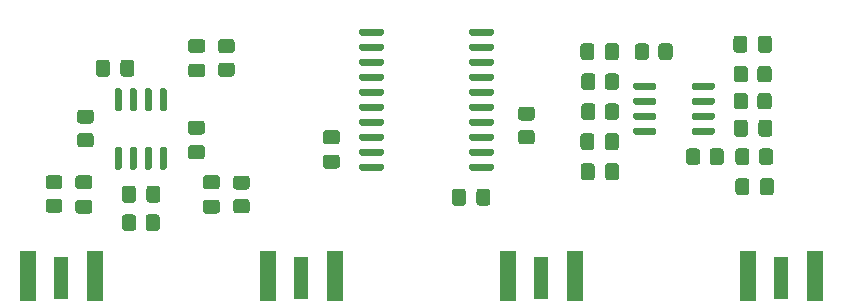
<source format=gbr>
%TF.GenerationSoftware,KiCad,Pcbnew,(5.1.8)-1*%
%TF.CreationDate,2021-05-16T11:41:03-04:00*%
%TF.ProjectId,openEPR_Lock-In,6f70656e-4550-4525-9f4c-6f636b2d496e,B*%
%TF.SameCoordinates,Original*%
%TF.FileFunction,Paste,Top*%
%TF.FilePolarity,Positive*%
%FSLAX46Y46*%
G04 Gerber Fmt 4.6, Leading zero omitted, Abs format (unit mm)*
G04 Created by KiCad (PCBNEW (5.1.8)-1) date 2021-05-16 11:41:03*
%MOMM*%
%LPD*%
G01*
G04 APERTURE LIST*
%ADD10R,1.350000X4.200000*%
%ADD11R,1.270000X3.600000*%
G04 APERTURE END LIST*
%TO.C,R13*%
G36*
G01*
X49511000Y-79178999D02*
X49511000Y-80079001D01*
G75*
G02*
X49261001Y-80329000I-249999J0D01*
G01*
X48560999Y-80329000D01*
G75*
G02*
X48311000Y-80079001I0J249999D01*
G01*
X48311000Y-79178999D01*
G75*
G02*
X48560999Y-78929000I249999J0D01*
G01*
X49261001Y-78929000D01*
G75*
G02*
X49511000Y-79178999I0J-249999D01*
G01*
G37*
G36*
G01*
X51511000Y-79178999D02*
X51511000Y-80079001D01*
G75*
G02*
X51261001Y-80329000I-249999J0D01*
G01*
X50560999Y-80329000D01*
G75*
G02*
X50311000Y-80079001I0J249999D01*
G01*
X50311000Y-79178999D01*
G75*
G02*
X50560999Y-78929000I249999J0D01*
G01*
X51261001Y-78929000D01*
G75*
G02*
X51511000Y-79178999I0J-249999D01*
G01*
G37*
%TD*%
%TO.C,R7*%
G36*
G01*
X94929000Y-64700999D02*
X94929000Y-65601001D01*
G75*
G02*
X94679001Y-65851000I-249999J0D01*
G01*
X93978999Y-65851000D01*
G75*
G02*
X93729000Y-65601001I0J249999D01*
G01*
X93729000Y-64700999D01*
G75*
G02*
X93978999Y-64451000I249999J0D01*
G01*
X94679001Y-64451000D01*
G75*
G02*
X94929000Y-64700999I0J-249999D01*
G01*
G37*
G36*
G01*
X92929000Y-64700999D02*
X92929000Y-65601001D01*
G75*
G02*
X92679001Y-65851000I-249999J0D01*
G01*
X91978999Y-65851000D01*
G75*
G02*
X91729000Y-65601001I0J249999D01*
G01*
X91729000Y-64700999D01*
G75*
G02*
X91978999Y-64451000I249999J0D01*
G01*
X92679001Y-64451000D01*
G75*
G02*
X92929000Y-64700999I0J-249999D01*
G01*
G37*
%TD*%
%TO.C,C15*%
G36*
G01*
X88323000Y-74836000D02*
X88323000Y-75786000D01*
G75*
G02*
X88073000Y-76036000I-250000J0D01*
G01*
X87398000Y-76036000D01*
G75*
G02*
X87148000Y-75786000I0J250000D01*
G01*
X87148000Y-74836000D01*
G75*
G02*
X87398000Y-74586000I250000J0D01*
G01*
X88073000Y-74586000D01*
G75*
G02*
X88323000Y-74836000I0J-250000D01*
G01*
G37*
G36*
G01*
X90398000Y-74836000D02*
X90398000Y-75786000D01*
G75*
G02*
X90148000Y-76036000I-250000J0D01*
G01*
X89473000Y-76036000D01*
G75*
G02*
X89223000Y-75786000I0J250000D01*
G01*
X89223000Y-74836000D01*
G75*
G02*
X89473000Y-74586000I250000J0D01*
G01*
X90148000Y-74586000D01*
G75*
G02*
X90398000Y-74836000I0J-250000D01*
G01*
G37*
%TD*%
%TO.C,C1*%
G36*
G01*
X44610000Y-75612500D02*
X45560000Y-75612500D01*
G75*
G02*
X45810000Y-75862500I0J-250000D01*
G01*
X45810000Y-76537500D01*
G75*
G02*
X45560000Y-76787500I-250000J0D01*
G01*
X44610000Y-76787500D01*
G75*
G02*
X44360000Y-76537500I0J250000D01*
G01*
X44360000Y-75862500D01*
G75*
G02*
X44610000Y-75612500I250000J0D01*
G01*
G37*
G36*
G01*
X44610000Y-77687500D02*
X45560000Y-77687500D01*
G75*
G02*
X45810000Y-77937500I0J-250000D01*
G01*
X45810000Y-78612500D01*
G75*
G02*
X45560000Y-78862500I-250000J0D01*
G01*
X44610000Y-78862500D01*
G75*
G02*
X44360000Y-78612500I0J250000D01*
G01*
X44360000Y-77937500D01*
G75*
G02*
X44610000Y-77687500I250000J0D01*
G01*
G37*
%TD*%
%TO.C,C2*%
G36*
G01*
X49482500Y-76741000D02*
X49482500Y-77691000D01*
G75*
G02*
X49232500Y-77941000I-250000J0D01*
G01*
X48557500Y-77941000D01*
G75*
G02*
X48307500Y-77691000I0J250000D01*
G01*
X48307500Y-76741000D01*
G75*
G02*
X48557500Y-76491000I250000J0D01*
G01*
X49232500Y-76491000D01*
G75*
G02*
X49482500Y-76741000I0J-250000D01*
G01*
G37*
G36*
G01*
X51557500Y-76741000D02*
X51557500Y-77691000D01*
G75*
G02*
X51307500Y-77941000I-250000J0D01*
G01*
X50632500Y-77941000D01*
G75*
G02*
X50382500Y-77691000I0J250000D01*
G01*
X50382500Y-76741000D01*
G75*
G02*
X50632500Y-76491000I250000J0D01*
G01*
X51307500Y-76491000D01*
G75*
G02*
X51557500Y-76741000I0J-250000D01*
G01*
G37*
%TD*%
%TO.C,C3*%
G36*
G01*
X56355000Y-76787500D02*
X55405000Y-76787500D01*
G75*
G02*
X55155000Y-76537500I0J250000D01*
G01*
X55155000Y-75862500D01*
G75*
G02*
X55405000Y-75612500I250000J0D01*
G01*
X56355000Y-75612500D01*
G75*
G02*
X56605000Y-75862500I0J-250000D01*
G01*
X56605000Y-76537500D01*
G75*
G02*
X56355000Y-76787500I-250000J0D01*
G01*
G37*
G36*
G01*
X56355000Y-78862500D02*
X55405000Y-78862500D01*
G75*
G02*
X55155000Y-78612500I0J250000D01*
G01*
X55155000Y-77937500D01*
G75*
G02*
X55405000Y-77687500I250000J0D01*
G01*
X56355000Y-77687500D01*
G75*
G02*
X56605000Y-77937500I0J-250000D01*
G01*
X56605000Y-78612500D01*
G75*
G02*
X56355000Y-78862500I-250000J0D01*
G01*
G37*
%TD*%
%TO.C,C5*%
G36*
G01*
X54160400Y-64080900D02*
X55110400Y-64080900D01*
G75*
G02*
X55360400Y-64330900I0J-250000D01*
G01*
X55360400Y-65005900D01*
G75*
G02*
X55110400Y-65255900I-250000J0D01*
G01*
X54160400Y-65255900D01*
G75*
G02*
X53910400Y-65005900I0J250000D01*
G01*
X53910400Y-64330900D01*
G75*
G02*
X54160400Y-64080900I250000J0D01*
G01*
G37*
G36*
G01*
X54160400Y-66155900D02*
X55110400Y-66155900D01*
G75*
G02*
X55360400Y-66405900I0J-250000D01*
G01*
X55360400Y-67080900D01*
G75*
G02*
X55110400Y-67330900I-250000J0D01*
G01*
X54160400Y-67330900D01*
G75*
G02*
X53910400Y-67080900I0J250000D01*
G01*
X53910400Y-66405900D01*
G75*
G02*
X54160400Y-66155900I250000J0D01*
G01*
G37*
%TD*%
%TO.C,C8*%
G36*
G01*
X49355500Y-66073000D02*
X49355500Y-67023000D01*
G75*
G02*
X49105500Y-67273000I-250000J0D01*
G01*
X48430500Y-67273000D01*
G75*
G02*
X48180500Y-67023000I0J250000D01*
G01*
X48180500Y-66073000D01*
G75*
G02*
X48430500Y-65823000I250000J0D01*
G01*
X49105500Y-65823000D01*
G75*
G02*
X49355500Y-66073000I0J-250000D01*
G01*
G37*
G36*
G01*
X47280500Y-66073000D02*
X47280500Y-67023000D01*
G75*
G02*
X47030500Y-67273000I-250000J0D01*
G01*
X46355500Y-67273000D01*
G75*
G02*
X46105500Y-67023000I0J250000D01*
G01*
X46105500Y-66073000D01*
G75*
G02*
X46355500Y-65823000I250000J0D01*
G01*
X47030500Y-65823000D01*
G75*
G02*
X47280500Y-66073000I0J-250000D01*
G01*
G37*
%TD*%
%TO.C,C12*%
G36*
G01*
X79497500Y-76995000D02*
X79497500Y-77945000D01*
G75*
G02*
X79247500Y-78195000I-250000J0D01*
G01*
X78572500Y-78195000D01*
G75*
G02*
X78322500Y-77945000I0J250000D01*
G01*
X78322500Y-76995000D01*
G75*
G02*
X78572500Y-76745000I250000J0D01*
G01*
X79247500Y-76745000D01*
G75*
G02*
X79497500Y-76995000I0J-250000D01*
G01*
G37*
G36*
G01*
X77422500Y-76995000D02*
X77422500Y-77945000D01*
G75*
G02*
X77172500Y-78195000I-250000J0D01*
G01*
X76497500Y-78195000D01*
G75*
G02*
X76247500Y-77945000I0J250000D01*
G01*
X76247500Y-76995000D01*
G75*
G02*
X76497500Y-76745000I250000J0D01*
G01*
X77172500Y-76745000D01*
G75*
G02*
X77422500Y-76995000I0J-250000D01*
G01*
G37*
%TD*%
D10*
%TO.C,J1*%
X60675000Y-84128000D03*
X66325000Y-84128000D03*
D11*
X63500000Y-84328000D03*
%TD*%
%TO.C,J2*%
X43180000Y-84328000D03*
D10*
X46005000Y-84128000D03*
X40355000Y-84128000D03*
%TD*%
%TO.C,J3*%
X101315000Y-84128000D03*
X106965000Y-84128000D03*
D11*
X104140000Y-84328000D03*
%TD*%
%TO.C,R1*%
G36*
G01*
X42094999Y-75600000D02*
X42995001Y-75600000D01*
G75*
G02*
X43245000Y-75849999I0J-249999D01*
G01*
X43245000Y-76550001D01*
G75*
G02*
X42995001Y-76800000I-249999J0D01*
G01*
X42094999Y-76800000D01*
G75*
G02*
X41845000Y-76550001I0J249999D01*
G01*
X41845000Y-75849999D01*
G75*
G02*
X42094999Y-75600000I249999J0D01*
G01*
G37*
G36*
G01*
X42094999Y-77600000D02*
X42995001Y-77600000D01*
G75*
G02*
X43245000Y-77849999I0J-249999D01*
G01*
X43245000Y-78550001D01*
G75*
G02*
X42995001Y-78800000I-249999J0D01*
G01*
X42094999Y-78800000D01*
G75*
G02*
X41845000Y-78550001I0J249999D01*
G01*
X41845000Y-77849999D01*
G75*
G02*
X42094999Y-77600000I249999J0D01*
G01*
G37*
%TD*%
%TO.C,R2*%
G36*
G01*
X57969999Y-77632000D02*
X58870001Y-77632000D01*
G75*
G02*
X59120000Y-77881999I0J-249999D01*
G01*
X59120000Y-78582001D01*
G75*
G02*
X58870001Y-78832000I-249999J0D01*
G01*
X57969999Y-78832000D01*
G75*
G02*
X57720000Y-78582001I0J249999D01*
G01*
X57720000Y-77881999D01*
G75*
G02*
X57969999Y-77632000I249999J0D01*
G01*
G37*
G36*
G01*
X57969999Y-75632000D02*
X58870001Y-75632000D01*
G75*
G02*
X59120000Y-75881999I0J-249999D01*
G01*
X59120000Y-76582001D01*
G75*
G02*
X58870001Y-76832000I-249999J0D01*
G01*
X57969999Y-76832000D01*
G75*
G02*
X57720000Y-76582001I0J249999D01*
G01*
X57720000Y-75881999D01*
G75*
G02*
X57969999Y-75632000I249999J0D01*
G01*
G37*
%TD*%
%TO.C,R3*%
G36*
G01*
X44761999Y-72044000D02*
X45662001Y-72044000D01*
G75*
G02*
X45912000Y-72293999I0J-249999D01*
G01*
X45912000Y-72994001D01*
G75*
G02*
X45662001Y-73244000I-249999J0D01*
G01*
X44761999Y-73244000D01*
G75*
G02*
X44512000Y-72994001I0J249999D01*
G01*
X44512000Y-72293999D01*
G75*
G02*
X44761999Y-72044000I249999J0D01*
G01*
G37*
G36*
G01*
X44761999Y-70044000D02*
X45662001Y-70044000D01*
G75*
G02*
X45912000Y-70293999I0J-249999D01*
G01*
X45912000Y-70994001D01*
G75*
G02*
X45662001Y-71244000I-249999J0D01*
G01*
X44761999Y-71244000D01*
G75*
G02*
X44512000Y-70994001I0J249999D01*
G01*
X44512000Y-70293999D01*
G75*
G02*
X44761999Y-70044000I249999J0D01*
G01*
G37*
%TD*%
%TO.C,R6*%
G36*
G01*
X57600001Y-67275000D02*
X56699999Y-67275000D01*
G75*
G02*
X56450000Y-67025001I0J249999D01*
G01*
X56450000Y-66324999D01*
G75*
G02*
X56699999Y-66075000I249999J0D01*
G01*
X57600001Y-66075000D01*
G75*
G02*
X57850000Y-66324999I0J-249999D01*
G01*
X57850000Y-67025001D01*
G75*
G02*
X57600001Y-67275000I-249999J0D01*
G01*
G37*
G36*
G01*
X57600001Y-65275000D02*
X56699999Y-65275000D01*
G75*
G02*
X56450000Y-65025001I0J249999D01*
G01*
X56450000Y-64324999D01*
G75*
G02*
X56699999Y-64075000I249999J0D01*
G01*
X57600001Y-64075000D01*
G75*
G02*
X57850000Y-64324999I0J-249999D01*
G01*
X57850000Y-65025001D01*
G75*
G02*
X57600001Y-65275000I-249999J0D01*
G01*
G37*
%TD*%
%TO.C,U2*%
G36*
G01*
X48156000Y-75143000D02*
X47856000Y-75143000D01*
G75*
G02*
X47706000Y-74993000I0J150000D01*
G01*
X47706000Y-73343000D01*
G75*
G02*
X47856000Y-73193000I150000J0D01*
G01*
X48156000Y-73193000D01*
G75*
G02*
X48306000Y-73343000I0J-150000D01*
G01*
X48306000Y-74993000D01*
G75*
G02*
X48156000Y-75143000I-150000J0D01*
G01*
G37*
G36*
G01*
X49426000Y-75143000D02*
X49126000Y-75143000D01*
G75*
G02*
X48976000Y-74993000I0J150000D01*
G01*
X48976000Y-73343000D01*
G75*
G02*
X49126000Y-73193000I150000J0D01*
G01*
X49426000Y-73193000D01*
G75*
G02*
X49576000Y-73343000I0J-150000D01*
G01*
X49576000Y-74993000D01*
G75*
G02*
X49426000Y-75143000I-150000J0D01*
G01*
G37*
G36*
G01*
X50696000Y-75143000D02*
X50396000Y-75143000D01*
G75*
G02*
X50246000Y-74993000I0J150000D01*
G01*
X50246000Y-73343000D01*
G75*
G02*
X50396000Y-73193000I150000J0D01*
G01*
X50696000Y-73193000D01*
G75*
G02*
X50846000Y-73343000I0J-150000D01*
G01*
X50846000Y-74993000D01*
G75*
G02*
X50696000Y-75143000I-150000J0D01*
G01*
G37*
G36*
G01*
X51966000Y-75143000D02*
X51666000Y-75143000D01*
G75*
G02*
X51516000Y-74993000I0J150000D01*
G01*
X51516000Y-73343000D01*
G75*
G02*
X51666000Y-73193000I150000J0D01*
G01*
X51966000Y-73193000D01*
G75*
G02*
X52116000Y-73343000I0J-150000D01*
G01*
X52116000Y-74993000D01*
G75*
G02*
X51966000Y-75143000I-150000J0D01*
G01*
G37*
G36*
G01*
X51966000Y-70193000D02*
X51666000Y-70193000D01*
G75*
G02*
X51516000Y-70043000I0J150000D01*
G01*
X51516000Y-68393000D01*
G75*
G02*
X51666000Y-68243000I150000J0D01*
G01*
X51966000Y-68243000D01*
G75*
G02*
X52116000Y-68393000I0J-150000D01*
G01*
X52116000Y-70043000D01*
G75*
G02*
X51966000Y-70193000I-150000J0D01*
G01*
G37*
G36*
G01*
X50696000Y-70193000D02*
X50396000Y-70193000D01*
G75*
G02*
X50246000Y-70043000I0J150000D01*
G01*
X50246000Y-68393000D01*
G75*
G02*
X50396000Y-68243000I150000J0D01*
G01*
X50696000Y-68243000D01*
G75*
G02*
X50846000Y-68393000I0J-150000D01*
G01*
X50846000Y-70043000D01*
G75*
G02*
X50696000Y-70193000I-150000J0D01*
G01*
G37*
G36*
G01*
X49426000Y-70193000D02*
X49126000Y-70193000D01*
G75*
G02*
X48976000Y-70043000I0J150000D01*
G01*
X48976000Y-68393000D01*
G75*
G02*
X49126000Y-68243000I150000J0D01*
G01*
X49426000Y-68243000D01*
G75*
G02*
X49576000Y-68393000I0J-150000D01*
G01*
X49576000Y-70043000D01*
G75*
G02*
X49426000Y-70193000I-150000J0D01*
G01*
G37*
G36*
G01*
X48156000Y-70193000D02*
X47856000Y-70193000D01*
G75*
G02*
X47706000Y-70043000I0J150000D01*
G01*
X47706000Y-68393000D01*
G75*
G02*
X47856000Y-68243000I150000J0D01*
G01*
X48156000Y-68243000D01*
G75*
G02*
X48306000Y-68393000I0J-150000D01*
G01*
X48306000Y-70043000D01*
G75*
G02*
X48156000Y-70193000I-150000J0D01*
G01*
G37*
%TD*%
%TO.C,U3*%
G36*
G01*
X68415000Y-63650000D02*
X68415000Y-63350000D01*
G75*
G02*
X68565000Y-63200000I150000J0D01*
G01*
X70315000Y-63200000D01*
G75*
G02*
X70465000Y-63350000I0J-150000D01*
G01*
X70465000Y-63650000D01*
G75*
G02*
X70315000Y-63800000I-150000J0D01*
G01*
X68565000Y-63800000D01*
G75*
G02*
X68415000Y-63650000I0J150000D01*
G01*
G37*
G36*
G01*
X68415000Y-64920000D02*
X68415000Y-64620000D01*
G75*
G02*
X68565000Y-64470000I150000J0D01*
G01*
X70315000Y-64470000D01*
G75*
G02*
X70465000Y-64620000I0J-150000D01*
G01*
X70465000Y-64920000D01*
G75*
G02*
X70315000Y-65070000I-150000J0D01*
G01*
X68565000Y-65070000D01*
G75*
G02*
X68415000Y-64920000I0J150000D01*
G01*
G37*
G36*
G01*
X68415000Y-66190000D02*
X68415000Y-65890000D01*
G75*
G02*
X68565000Y-65740000I150000J0D01*
G01*
X70315000Y-65740000D01*
G75*
G02*
X70465000Y-65890000I0J-150000D01*
G01*
X70465000Y-66190000D01*
G75*
G02*
X70315000Y-66340000I-150000J0D01*
G01*
X68565000Y-66340000D01*
G75*
G02*
X68415000Y-66190000I0J150000D01*
G01*
G37*
G36*
G01*
X68415000Y-67460000D02*
X68415000Y-67160000D01*
G75*
G02*
X68565000Y-67010000I150000J0D01*
G01*
X70315000Y-67010000D01*
G75*
G02*
X70465000Y-67160000I0J-150000D01*
G01*
X70465000Y-67460000D01*
G75*
G02*
X70315000Y-67610000I-150000J0D01*
G01*
X68565000Y-67610000D01*
G75*
G02*
X68415000Y-67460000I0J150000D01*
G01*
G37*
G36*
G01*
X68415000Y-68730000D02*
X68415000Y-68430000D01*
G75*
G02*
X68565000Y-68280000I150000J0D01*
G01*
X70315000Y-68280000D01*
G75*
G02*
X70465000Y-68430000I0J-150000D01*
G01*
X70465000Y-68730000D01*
G75*
G02*
X70315000Y-68880000I-150000J0D01*
G01*
X68565000Y-68880000D01*
G75*
G02*
X68415000Y-68730000I0J150000D01*
G01*
G37*
G36*
G01*
X68415000Y-70000000D02*
X68415000Y-69700000D01*
G75*
G02*
X68565000Y-69550000I150000J0D01*
G01*
X70315000Y-69550000D01*
G75*
G02*
X70465000Y-69700000I0J-150000D01*
G01*
X70465000Y-70000000D01*
G75*
G02*
X70315000Y-70150000I-150000J0D01*
G01*
X68565000Y-70150000D01*
G75*
G02*
X68415000Y-70000000I0J150000D01*
G01*
G37*
G36*
G01*
X68415000Y-71270000D02*
X68415000Y-70970000D01*
G75*
G02*
X68565000Y-70820000I150000J0D01*
G01*
X70315000Y-70820000D01*
G75*
G02*
X70465000Y-70970000I0J-150000D01*
G01*
X70465000Y-71270000D01*
G75*
G02*
X70315000Y-71420000I-150000J0D01*
G01*
X68565000Y-71420000D01*
G75*
G02*
X68415000Y-71270000I0J150000D01*
G01*
G37*
G36*
G01*
X68415000Y-72540000D02*
X68415000Y-72240000D01*
G75*
G02*
X68565000Y-72090000I150000J0D01*
G01*
X70315000Y-72090000D01*
G75*
G02*
X70465000Y-72240000I0J-150000D01*
G01*
X70465000Y-72540000D01*
G75*
G02*
X70315000Y-72690000I-150000J0D01*
G01*
X68565000Y-72690000D01*
G75*
G02*
X68415000Y-72540000I0J150000D01*
G01*
G37*
G36*
G01*
X68415000Y-73810000D02*
X68415000Y-73510000D01*
G75*
G02*
X68565000Y-73360000I150000J0D01*
G01*
X70315000Y-73360000D01*
G75*
G02*
X70465000Y-73510000I0J-150000D01*
G01*
X70465000Y-73810000D01*
G75*
G02*
X70315000Y-73960000I-150000J0D01*
G01*
X68565000Y-73960000D01*
G75*
G02*
X68415000Y-73810000I0J150000D01*
G01*
G37*
G36*
G01*
X68415000Y-75080000D02*
X68415000Y-74780000D01*
G75*
G02*
X68565000Y-74630000I150000J0D01*
G01*
X70315000Y-74630000D01*
G75*
G02*
X70465000Y-74780000I0J-150000D01*
G01*
X70465000Y-75080000D01*
G75*
G02*
X70315000Y-75230000I-150000J0D01*
G01*
X68565000Y-75230000D01*
G75*
G02*
X68415000Y-75080000I0J150000D01*
G01*
G37*
G36*
G01*
X77715000Y-75080000D02*
X77715000Y-74780000D01*
G75*
G02*
X77865000Y-74630000I150000J0D01*
G01*
X79615000Y-74630000D01*
G75*
G02*
X79765000Y-74780000I0J-150000D01*
G01*
X79765000Y-75080000D01*
G75*
G02*
X79615000Y-75230000I-150000J0D01*
G01*
X77865000Y-75230000D01*
G75*
G02*
X77715000Y-75080000I0J150000D01*
G01*
G37*
G36*
G01*
X77715000Y-73810000D02*
X77715000Y-73510000D01*
G75*
G02*
X77865000Y-73360000I150000J0D01*
G01*
X79615000Y-73360000D01*
G75*
G02*
X79765000Y-73510000I0J-150000D01*
G01*
X79765000Y-73810000D01*
G75*
G02*
X79615000Y-73960000I-150000J0D01*
G01*
X77865000Y-73960000D01*
G75*
G02*
X77715000Y-73810000I0J150000D01*
G01*
G37*
G36*
G01*
X77715000Y-72540000D02*
X77715000Y-72240000D01*
G75*
G02*
X77865000Y-72090000I150000J0D01*
G01*
X79615000Y-72090000D01*
G75*
G02*
X79765000Y-72240000I0J-150000D01*
G01*
X79765000Y-72540000D01*
G75*
G02*
X79615000Y-72690000I-150000J0D01*
G01*
X77865000Y-72690000D01*
G75*
G02*
X77715000Y-72540000I0J150000D01*
G01*
G37*
G36*
G01*
X77715000Y-71270000D02*
X77715000Y-70970000D01*
G75*
G02*
X77865000Y-70820000I150000J0D01*
G01*
X79615000Y-70820000D01*
G75*
G02*
X79765000Y-70970000I0J-150000D01*
G01*
X79765000Y-71270000D01*
G75*
G02*
X79615000Y-71420000I-150000J0D01*
G01*
X77865000Y-71420000D01*
G75*
G02*
X77715000Y-71270000I0J150000D01*
G01*
G37*
G36*
G01*
X77715000Y-70000000D02*
X77715000Y-69700000D01*
G75*
G02*
X77865000Y-69550000I150000J0D01*
G01*
X79615000Y-69550000D01*
G75*
G02*
X79765000Y-69700000I0J-150000D01*
G01*
X79765000Y-70000000D01*
G75*
G02*
X79615000Y-70150000I-150000J0D01*
G01*
X77865000Y-70150000D01*
G75*
G02*
X77715000Y-70000000I0J150000D01*
G01*
G37*
G36*
G01*
X77715000Y-68730000D02*
X77715000Y-68430000D01*
G75*
G02*
X77865000Y-68280000I150000J0D01*
G01*
X79615000Y-68280000D01*
G75*
G02*
X79765000Y-68430000I0J-150000D01*
G01*
X79765000Y-68730000D01*
G75*
G02*
X79615000Y-68880000I-150000J0D01*
G01*
X77865000Y-68880000D01*
G75*
G02*
X77715000Y-68730000I0J150000D01*
G01*
G37*
G36*
G01*
X77715000Y-67460000D02*
X77715000Y-67160000D01*
G75*
G02*
X77865000Y-67010000I150000J0D01*
G01*
X79615000Y-67010000D01*
G75*
G02*
X79765000Y-67160000I0J-150000D01*
G01*
X79765000Y-67460000D01*
G75*
G02*
X79615000Y-67610000I-150000J0D01*
G01*
X77865000Y-67610000D01*
G75*
G02*
X77715000Y-67460000I0J150000D01*
G01*
G37*
G36*
G01*
X77715000Y-66190000D02*
X77715000Y-65890000D01*
G75*
G02*
X77865000Y-65740000I150000J0D01*
G01*
X79615000Y-65740000D01*
G75*
G02*
X79765000Y-65890000I0J-150000D01*
G01*
X79765000Y-66190000D01*
G75*
G02*
X79615000Y-66340000I-150000J0D01*
G01*
X77865000Y-66340000D01*
G75*
G02*
X77715000Y-66190000I0J150000D01*
G01*
G37*
G36*
G01*
X77715000Y-64920000D02*
X77715000Y-64620000D01*
G75*
G02*
X77865000Y-64470000I150000J0D01*
G01*
X79615000Y-64470000D01*
G75*
G02*
X79765000Y-64620000I0J-150000D01*
G01*
X79765000Y-64920000D01*
G75*
G02*
X79615000Y-65070000I-150000J0D01*
G01*
X77865000Y-65070000D01*
G75*
G02*
X77715000Y-64920000I0J150000D01*
G01*
G37*
G36*
G01*
X77715000Y-63650000D02*
X77715000Y-63350000D01*
G75*
G02*
X77865000Y-63200000I150000J0D01*
G01*
X79615000Y-63200000D01*
G75*
G02*
X79765000Y-63350000I0J-150000D01*
G01*
X79765000Y-63650000D01*
G75*
G02*
X79615000Y-63800000I-150000J0D01*
G01*
X77865000Y-63800000D01*
G75*
G02*
X77715000Y-63650000I0J150000D01*
G01*
G37*
%TD*%
D10*
%TO.C,J5*%
X80995000Y-84128000D03*
X86645000Y-84128000D03*
D11*
X83820000Y-84328000D03*
%TD*%
%TO.C,C13*%
G36*
G01*
X55085000Y-72172500D02*
X54135000Y-72172500D01*
G75*
G02*
X53885000Y-71922500I0J250000D01*
G01*
X53885000Y-71247500D01*
G75*
G02*
X54135000Y-70997500I250000J0D01*
G01*
X55085000Y-70997500D01*
G75*
G02*
X55335000Y-71247500I0J-250000D01*
G01*
X55335000Y-71922500D01*
G75*
G02*
X55085000Y-72172500I-250000J0D01*
G01*
G37*
G36*
G01*
X55085000Y-74247500D02*
X54135000Y-74247500D01*
G75*
G02*
X53885000Y-73997500I0J250000D01*
G01*
X53885000Y-73322500D01*
G75*
G02*
X54135000Y-73072500I250000J0D01*
G01*
X55085000Y-73072500D01*
G75*
G02*
X55335000Y-73322500I0J-250000D01*
G01*
X55335000Y-73997500D01*
G75*
G02*
X55085000Y-74247500I-250000J0D01*
G01*
G37*
%TD*%
%TO.C,C14*%
G36*
G01*
X65565000Y-71802500D02*
X66515000Y-71802500D01*
G75*
G02*
X66765000Y-72052500I0J-250000D01*
G01*
X66765000Y-72727500D01*
G75*
G02*
X66515000Y-72977500I-250000J0D01*
G01*
X65565000Y-72977500D01*
G75*
G02*
X65315000Y-72727500I0J250000D01*
G01*
X65315000Y-72052500D01*
G75*
G02*
X65565000Y-71802500I250000J0D01*
G01*
G37*
G36*
G01*
X65565000Y-73877500D02*
X66515000Y-73877500D01*
G75*
G02*
X66765000Y-74127500I0J-250000D01*
G01*
X66765000Y-74802500D01*
G75*
G02*
X66515000Y-75052500I-250000J0D01*
G01*
X65565000Y-75052500D01*
G75*
G02*
X65315000Y-74802500I0J250000D01*
G01*
X65315000Y-74127500D01*
G75*
G02*
X65565000Y-73877500I250000J0D01*
G01*
G37*
%TD*%
%TO.C,C4*%
G36*
G01*
X88301500Y-72296000D02*
X88301500Y-73246000D01*
G75*
G02*
X88051500Y-73496000I-250000J0D01*
G01*
X87376500Y-73496000D01*
G75*
G02*
X87126500Y-73246000I0J250000D01*
G01*
X87126500Y-72296000D01*
G75*
G02*
X87376500Y-72046000I250000J0D01*
G01*
X88051500Y-72046000D01*
G75*
G02*
X88301500Y-72296000I0J-250000D01*
G01*
G37*
G36*
G01*
X90376500Y-72296000D02*
X90376500Y-73246000D01*
G75*
G02*
X90126500Y-73496000I-250000J0D01*
G01*
X89451500Y-73496000D01*
G75*
G02*
X89201500Y-73246000I0J250000D01*
G01*
X89201500Y-72296000D01*
G75*
G02*
X89451500Y-72046000I250000J0D01*
G01*
X90126500Y-72046000D01*
G75*
G02*
X90376500Y-72296000I0J-250000D01*
G01*
G37*
%TD*%
%TO.C,C6*%
G36*
G01*
X90376500Y-64676000D02*
X90376500Y-65626000D01*
G75*
G02*
X90126500Y-65876000I-250000J0D01*
G01*
X89451500Y-65876000D01*
G75*
G02*
X89201500Y-65626000I0J250000D01*
G01*
X89201500Y-64676000D01*
G75*
G02*
X89451500Y-64426000I250000J0D01*
G01*
X90126500Y-64426000D01*
G75*
G02*
X90376500Y-64676000I0J-250000D01*
G01*
G37*
G36*
G01*
X88301500Y-64676000D02*
X88301500Y-65626000D01*
G75*
G02*
X88051500Y-65876000I-250000J0D01*
G01*
X87376500Y-65876000D01*
G75*
G02*
X87126500Y-65626000I0J250000D01*
G01*
X87126500Y-64676000D01*
G75*
G02*
X87376500Y-64426000I250000J0D01*
G01*
X88051500Y-64426000D01*
G75*
G02*
X88301500Y-64676000I0J-250000D01*
G01*
G37*
%TD*%
%TO.C,C10*%
G36*
G01*
X100080500Y-64991000D02*
X100080500Y-64041000D01*
G75*
G02*
X100330500Y-63791000I250000J0D01*
G01*
X101005500Y-63791000D01*
G75*
G02*
X101255500Y-64041000I0J-250000D01*
G01*
X101255500Y-64991000D01*
G75*
G02*
X101005500Y-65241000I-250000J0D01*
G01*
X100330500Y-65241000D01*
G75*
G02*
X100080500Y-64991000I0J250000D01*
G01*
G37*
G36*
G01*
X102155500Y-64991000D02*
X102155500Y-64041000D01*
G75*
G02*
X102405500Y-63791000I250000J0D01*
G01*
X103080500Y-63791000D01*
G75*
G02*
X103330500Y-64041000I0J-250000D01*
G01*
X103330500Y-64991000D01*
G75*
G02*
X103080500Y-65241000I-250000J0D01*
G01*
X102405500Y-65241000D01*
G75*
G02*
X102155500Y-64991000I0J250000D01*
G01*
G37*
%TD*%
%TO.C,C16*%
G36*
G01*
X102325500Y-77056000D02*
X102325500Y-76106000D01*
G75*
G02*
X102575500Y-75856000I250000J0D01*
G01*
X103250500Y-75856000D01*
G75*
G02*
X103500500Y-76106000I0J-250000D01*
G01*
X103500500Y-77056000D01*
G75*
G02*
X103250500Y-77306000I-250000J0D01*
G01*
X102575500Y-77306000D01*
G75*
G02*
X102325500Y-77056000I0J250000D01*
G01*
G37*
G36*
G01*
X100250500Y-77056000D02*
X100250500Y-76106000D01*
G75*
G02*
X100500500Y-75856000I250000J0D01*
G01*
X101175500Y-75856000D01*
G75*
G02*
X101425500Y-76106000I0J-250000D01*
G01*
X101425500Y-77056000D01*
G75*
G02*
X101175500Y-77306000I-250000J0D01*
G01*
X100500500Y-77306000D01*
G75*
G02*
X100250500Y-77056000I0J250000D01*
G01*
G37*
%TD*%
%TO.C,C17*%
G36*
G01*
X103373500Y-71153000D02*
X103373500Y-72103000D01*
G75*
G02*
X103123500Y-72353000I-250000J0D01*
G01*
X102448500Y-72353000D01*
G75*
G02*
X102198500Y-72103000I0J250000D01*
G01*
X102198500Y-71153000D01*
G75*
G02*
X102448500Y-70903000I250000J0D01*
G01*
X103123500Y-70903000D01*
G75*
G02*
X103373500Y-71153000I0J-250000D01*
G01*
G37*
G36*
G01*
X101298500Y-71153000D02*
X101298500Y-72103000D01*
G75*
G02*
X101048500Y-72353000I-250000J0D01*
G01*
X100373500Y-72353000D01*
G75*
G02*
X100123500Y-72103000I0J250000D01*
G01*
X100123500Y-71153000D01*
G75*
G02*
X100373500Y-70903000I250000J0D01*
G01*
X101048500Y-70903000D01*
G75*
G02*
X101298500Y-71153000I0J-250000D01*
G01*
G37*
%TD*%
%TO.C,R4*%
G36*
G01*
X82099999Y-71790000D02*
X83000001Y-71790000D01*
G75*
G02*
X83250000Y-72039999I0J-249999D01*
G01*
X83250000Y-72740001D01*
G75*
G02*
X83000001Y-72990000I-249999J0D01*
G01*
X82099999Y-72990000D01*
G75*
G02*
X81850000Y-72740001I0J249999D01*
G01*
X81850000Y-72039999D01*
G75*
G02*
X82099999Y-71790000I249999J0D01*
G01*
G37*
G36*
G01*
X82099999Y-69790000D02*
X83000001Y-69790000D01*
G75*
G02*
X83250000Y-70039999I0J-249999D01*
G01*
X83250000Y-70740001D01*
G75*
G02*
X83000001Y-70990000I-249999J0D01*
G01*
X82099999Y-70990000D01*
G75*
G02*
X81850000Y-70740001I0J249999D01*
G01*
X81850000Y-70039999D01*
G75*
G02*
X82099999Y-69790000I249999J0D01*
G01*
G37*
%TD*%
%TO.C,R5*%
G36*
G01*
X90389000Y-69780999D02*
X90389000Y-70681001D01*
G75*
G02*
X90139001Y-70931000I-249999J0D01*
G01*
X89438999Y-70931000D01*
G75*
G02*
X89189000Y-70681001I0J249999D01*
G01*
X89189000Y-69780999D01*
G75*
G02*
X89438999Y-69531000I249999J0D01*
G01*
X90139001Y-69531000D01*
G75*
G02*
X90389000Y-69780999I0J-249999D01*
G01*
G37*
G36*
G01*
X88389000Y-69780999D02*
X88389000Y-70681001D01*
G75*
G02*
X88139001Y-70931000I-249999J0D01*
G01*
X87438999Y-70931000D01*
G75*
G02*
X87189000Y-70681001I0J249999D01*
G01*
X87189000Y-69780999D01*
G75*
G02*
X87438999Y-69531000I249999J0D01*
G01*
X88139001Y-69531000D01*
G75*
G02*
X88389000Y-69780999I0J-249999D01*
G01*
G37*
%TD*%
%TO.C,R8*%
G36*
G01*
X89189000Y-68141001D02*
X89189000Y-67240999D01*
G75*
G02*
X89438999Y-66991000I249999J0D01*
G01*
X90139001Y-66991000D01*
G75*
G02*
X90389000Y-67240999I0J-249999D01*
G01*
X90389000Y-68141001D01*
G75*
G02*
X90139001Y-68391000I-249999J0D01*
G01*
X89438999Y-68391000D01*
G75*
G02*
X89189000Y-68141001I0J249999D01*
G01*
G37*
G36*
G01*
X87189000Y-68141001D02*
X87189000Y-67240999D01*
G75*
G02*
X87438999Y-66991000I249999J0D01*
G01*
X88139001Y-66991000D01*
G75*
G02*
X88389000Y-67240999I0J-249999D01*
G01*
X88389000Y-68141001D01*
G75*
G02*
X88139001Y-68391000I-249999J0D01*
G01*
X87438999Y-68391000D01*
G75*
G02*
X87189000Y-68141001I0J249999D01*
G01*
G37*
%TD*%
%TO.C,R9*%
G36*
G01*
X96063000Y-74491001D02*
X96063000Y-73590999D01*
G75*
G02*
X96312999Y-73341000I249999J0D01*
G01*
X97013001Y-73341000D01*
G75*
G02*
X97263000Y-73590999I0J-249999D01*
G01*
X97263000Y-74491001D01*
G75*
G02*
X97013001Y-74741000I-249999J0D01*
G01*
X96312999Y-74741000D01*
G75*
G02*
X96063000Y-74491001I0J249999D01*
G01*
G37*
G36*
G01*
X98063000Y-74491001D02*
X98063000Y-73590999D01*
G75*
G02*
X98312999Y-73341000I249999J0D01*
G01*
X99013001Y-73341000D01*
G75*
G02*
X99263000Y-73590999I0J-249999D01*
G01*
X99263000Y-74491001D01*
G75*
G02*
X99013001Y-74741000I-249999J0D01*
G01*
X98312999Y-74741000D01*
G75*
G02*
X98063000Y-74491001I0J249999D01*
G01*
G37*
%TD*%
%TO.C,R10*%
G36*
G01*
X101438000Y-73590999D02*
X101438000Y-74491001D01*
G75*
G02*
X101188001Y-74741000I-249999J0D01*
G01*
X100487999Y-74741000D01*
G75*
G02*
X100238000Y-74491001I0J249999D01*
G01*
X100238000Y-73590999D01*
G75*
G02*
X100487999Y-73341000I249999J0D01*
G01*
X101188001Y-73341000D01*
G75*
G02*
X101438000Y-73590999I0J-249999D01*
G01*
G37*
G36*
G01*
X103438000Y-73590999D02*
X103438000Y-74491001D01*
G75*
G02*
X103188001Y-74741000I-249999J0D01*
G01*
X102487999Y-74741000D01*
G75*
G02*
X102238000Y-74491001I0J249999D01*
G01*
X102238000Y-73590999D01*
G75*
G02*
X102487999Y-73341000I249999J0D01*
G01*
X103188001Y-73341000D01*
G75*
G02*
X103438000Y-73590999I0J-249999D01*
G01*
G37*
%TD*%
%TO.C,R11*%
G36*
G01*
X103311000Y-68891999D02*
X103311000Y-69792001D01*
G75*
G02*
X103061001Y-70042000I-249999J0D01*
G01*
X102360999Y-70042000D01*
G75*
G02*
X102111000Y-69792001I0J249999D01*
G01*
X102111000Y-68891999D01*
G75*
G02*
X102360999Y-68642000I249999J0D01*
G01*
X103061001Y-68642000D01*
G75*
G02*
X103311000Y-68891999I0J-249999D01*
G01*
G37*
G36*
G01*
X101311000Y-68891999D02*
X101311000Y-69792001D01*
G75*
G02*
X101061001Y-70042000I-249999J0D01*
G01*
X100360999Y-70042000D01*
G75*
G02*
X100111000Y-69792001I0J249999D01*
G01*
X100111000Y-68891999D01*
G75*
G02*
X100360999Y-68642000I249999J0D01*
G01*
X101061001Y-68642000D01*
G75*
G02*
X101311000Y-68891999I0J-249999D01*
G01*
G37*
%TD*%
%TO.C,R12*%
G36*
G01*
X101311000Y-66605999D02*
X101311000Y-67506001D01*
G75*
G02*
X101061001Y-67756000I-249999J0D01*
G01*
X100360999Y-67756000D01*
G75*
G02*
X100111000Y-67506001I0J249999D01*
G01*
X100111000Y-66605999D01*
G75*
G02*
X100360999Y-66356000I249999J0D01*
G01*
X101061001Y-66356000D01*
G75*
G02*
X101311000Y-66605999I0J-249999D01*
G01*
G37*
G36*
G01*
X103311000Y-66605999D02*
X103311000Y-67506001D01*
G75*
G02*
X103061001Y-67756000I-249999J0D01*
G01*
X102360999Y-67756000D01*
G75*
G02*
X102111000Y-67506001I0J249999D01*
G01*
X102111000Y-66605999D01*
G75*
G02*
X102360999Y-66356000I249999J0D01*
G01*
X103061001Y-66356000D01*
G75*
G02*
X103311000Y-66605999I0J-249999D01*
G01*
G37*
%TD*%
%TO.C,U1*%
G36*
G01*
X91608000Y-68222000D02*
X91608000Y-67922000D01*
G75*
G02*
X91758000Y-67772000I150000J0D01*
G01*
X93408000Y-67772000D01*
G75*
G02*
X93558000Y-67922000I0J-150000D01*
G01*
X93558000Y-68222000D01*
G75*
G02*
X93408000Y-68372000I-150000J0D01*
G01*
X91758000Y-68372000D01*
G75*
G02*
X91608000Y-68222000I0J150000D01*
G01*
G37*
G36*
G01*
X91608000Y-69492000D02*
X91608000Y-69192000D01*
G75*
G02*
X91758000Y-69042000I150000J0D01*
G01*
X93408000Y-69042000D01*
G75*
G02*
X93558000Y-69192000I0J-150000D01*
G01*
X93558000Y-69492000D01*
G75*
G02*
X93408000Y-69642000I-150000J0D01*
G01*
X91758000Y-69642000D01*
G75*
G02*
X91608000Y-69492000I0J150000D01*
G01*
G37*
G36*
G01*
X91608000Y-70762000D02*
X91608000Y-70462000D01*
G75*
G02*
X91758000Y-70312000I150000J0D01*
G01*
X93408000Y-70312000D01*
G75*
G02*
X93558000Y-70462000I0J-150000D01*
G01*
X93558000Y-70762000D01*
G75*
G02*
X93408000Y-70912000I-150000J0D01*
G01*
X91758000Y-70912000D01*
G75*
G02*
X91608000Y-70762000I0J150000D01*
G01*
G37*
G36*
G01*
X91608000Y-72032000D02*
X91608000Y-71732000D01*
G75*
G02*
X91758000Y-71582000I150000J0D01*
G01*
X93408000Y-71582000D01*
G75*
G02*
X93558000Y-71732000I0J-150000D01*
G01*
X93558000Y-72032000D01*
G75*
G02*
X93408000Y-72182000I-150000J0D01*
G01*
X91758000Y-72182000D01*
G75*
G02*
X91608000Y-72032000I0J150000D01*
G01*
G37*
G36*
G01*
X96558000Y-72032000D02*
X96558000Y-71732000D01*
G75*
G02*
X96708000Y-71582000I150000J0D01*
G01*
X98358000Y-71582000D01*
G75*
G02*
X98508000Y-71732000I0J-150000D01*
G01*
X98508000Y-72032000D01*
G75*
G02*
X98358000Y-72182000I-150000J0D01*
G01*
X96708000Y-72182000D01*
G75*
G02*
X96558000Y-72032000I0J150000D01*
G01*
G37*
G36*
G01*
X96558000Y-70762000D02*
X96558000Y-70462000D01*
G75*
G02*
X96708000Y-70312000I150000J0D01*
G01*
X98358000Y-70312000D01*
G75*
G02*
X98508000Y-70462000I0J-150000D01*
G01*
X98508000Y-70762000D01*
G75*
G02*
X98358000Y-70912000I-150000J0D01*
G01*
X96708000Y-70912000D01*
G75*
G02*
X96558000Y-70762000I0J150000D01*
G01*
G37*
G36*
G01*
X96558000Y-69492000D02*
X96558000Y-69192000D01*
G75*
G02*
X96708000Y-69042000I150000J0D01*
G01*
X98358000Y-69042000D01*
G75*
G02*
X98508000Y-69192000I0J-150000D01*
G01*
X98508000Y-69492000D01*
G75*
G02*
X98358000Y-69642000I-150000J0D01*
G01*
X96708000Y-69642000D01*
G75*
G02*
X96558000Y-69492000I0J150000D01*
G01*
G37*
G36*
G01*
X96558000Y-68222000D02*
X96558000Y-67922000D01*
G75*
G02*
X96708000Y-67772000I150000J0D01*
G01*
X98358000Y-67772000D01*
G75*
G02*
X98508000Y-67922000I0J-150000D01*
G01*
X98508000Y-68222000D01*
G75*
G02*
X98358000Y-68372000I-150000J0D01*
G01*
X96708000Y-68372000D01*
G75*
G02*
X96558000Y-68222000I0J150000D01*
G01*
G37*
%TD*%
M02*

</source>
